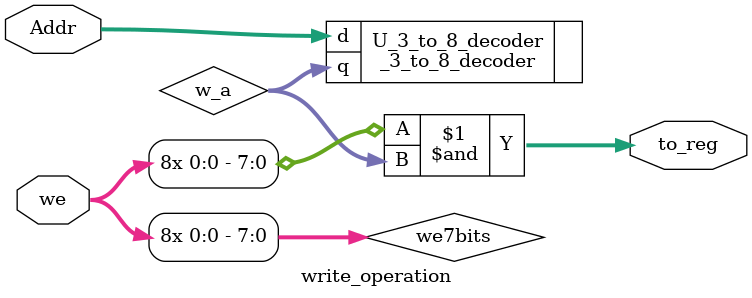
<source format=v>
module write_operation(Addr, we, to_reg);
	input we;
	input [2:0] Addr;
	output [7:0] to_reg;
	
	wire [7:0] w_a;
	wire [7:0] we7bits;
	
	assign we7bits = {8{we}};
	 
	 
	 //Instance of decoder, 2-input and gates(#8)
	 _3_to_8_decoder U_3_to_8_decoder(.d(Addr), .q(w_a)); 
//	_and2 U0_and2(.a(we), .b(w_a[0]), .y(to_reg[0]));
//	_and2 U1_and2(.a(we), .b(w_a[1]), .y(to_reg[1]));
//	_and2 U2_and2(.a(we), .b(w_a[2]), .y(to_reg[2]));
//	_and2 U3_and2(.a(we), .b(w_a[3]), .y(to_reg[3]));
//	_and2 U4_and2(.a(we), .b(w_a[4]), .y(to_reg[4]));
//	_and2 U5_and2(.a(we), .b(w_a[5]), .y(to_reg[5]));
//	_and2 U6_and2(.a(we), .b(w_a[6]), .y(to_reg[6]));
//	_and2 U7_and2(.a(we), .b(w_a[7]), .y(to_reg[7]));
	assign to_reg = we7bits & w_a;
	
endmodule 
</source>
